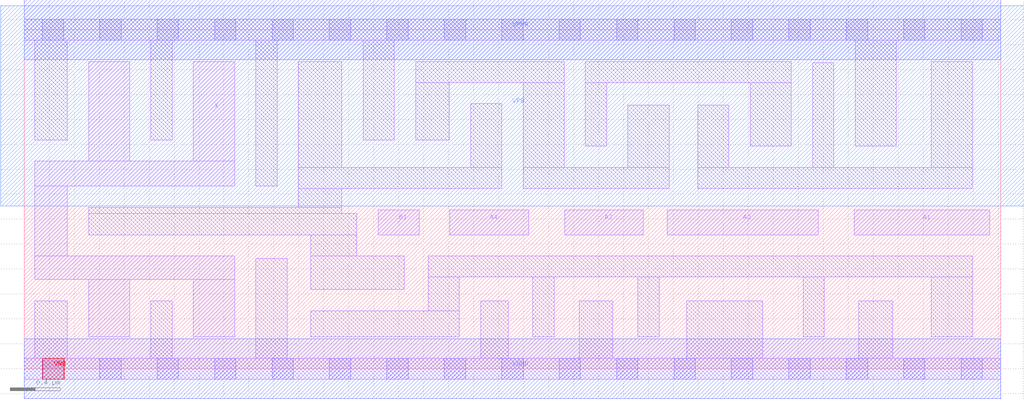
<source format=lef>
# Copyright 2020 The SkyWater PDK Authors
#
# Licensed under the Apache License, Version 2.0 (the "License");
# you may not use this file except in compliance with the License.
# You may obtain a copy of the License at
#
#     https://www.apache.org/licenses/LICENSE-2.0
#
# Unless required by applicable law or agreed to in writing, software
# distributed under the License is distributed on an "AS IS" BASIS,
# WITHOUT WARRANTIES OR CONDITIONS OF ANY KIND, either express or implied.
# See the License for the specific language governing permissions and
# limitations under the License.
#
# SPDX-License-Identifier: Apache-2.0

VERSION 5.7 ;
  NOWIREEXTENSIONATPIN ON ;
  DIVIDERCHAR "/" ;
  BUSBITCHARS "[]" ;
MACRO sky130_fd_sc_hd__o41a_4
  CLASS CORE ;
  FOREIGN sky130_fd_sc_hd__o41a_4 ;
  ORIGIN  0.000000  0.000000 ;
  SIZE  7.820000 BY  2.720000 ;
  SYMMETRY X Y R90 ;
  SITE unithd ;
  PIN A1
    ANTENNAGATEAREA  0.495000 ;
    DIRECTION INPUT ;
    USE SIGNAL ;
    PORT
      LAYER li1 ;
        RECT 6.650000 1.075000 7.735000 1.275000 ;
    END
  END A1
  PIN A2
    ANTENNAGATEAREA  0.495000 ;
    DIRECTION INPUT ;
    USE SIGNAL ;
    PORT
      LAYER li1 ;
        RECT 5.150000 1.075000 6.360000 1.275000 ;
    END
  END A2
  PIN A3
    ANTENNAGATEAREA  0.495000 ;
    DIRECTION INPUT ;
    USE SIGNAL ;
    PORT
      LAYER li1 ;
        RECT 4.330000 1.075000 4.960000 1.275000 ;
    END
  END A3
  PIN A4
    ANTENNAGATEAREA  0.495000 ;
    DIRECTION INPUT ;
    USE SIGNAL ;
    PORT
      LAYER li1 ;
        RECT 3.410000 1.075000 4.040000 1.275000 ;
    END
  END A4
  PIN B1
    ANTENNAGATEAREA  0.495000 ;
    DIRECTION INPUT ;
    USE SIGNAL ;
    PORT
      LAYER li1 ;
        RECT 2.835000 1.075000 3.165000 1.275000 ;
    END
  END B1
  PIN VNB
    PORT
      LAYER pwell ;
        RECT 0.150000 -0.085000 0.320000 0.085000 ;
    END
  END VNB
  PIN VPB
    PORT
      LAYER nwell ;
        RECT -0.190000 1.305000 8.010000 2.910000 ;
    END
  END VPB
  PIN X
    ANTENNADIFFAREA  0.891000 ;
    DIRECTION OUTPUT ;
    USE SIGNAL ;
    PORT
      LAYER li1 ;
        RECT 0.085000 0.715000 1.685000 0.905000 ;
        RECT 0.085000 0.905000 0.345000 1.465000 ;
        RECT 0.085000 1.465000 1.685000 1.665000 ;
        RECT 0.515000 0.255000 0.845000 0.715000 ;
        RECT 0.515000 1.665000 0.845000 2.465000 ;
        RECT 1.355000 0.255000 1.685000 0.715000 ;
        RECT 1.355000 1.665000 1.685000 2.465000 ;
    END
  END X
  PIN VGND
    DIRECTION INOUT ;
    SHAPE ABUTMENT ;
    USE GROUND ;
    PORT
      LAYER met1 ;
        RECT 0.000000 -0.240000 7.820000 0.240000 ;
    END
  END VGND
  PIN VPWR
    DIRECTION INOUT ;
    SHAPE ABUTMENT ;
    USE POWER ;
    PORT
      LAYER met1 ;
        RECT 0.000000 2.480000 7.820000 2.960000 ;
    END
  END VPWR
  OBS
    LAYER li1 ;
      RECT 0.000000 -0.085000 7.820000 0.085000 ;
      RECT 0.000000  2.635000 7.820000 2.805000 ;
      RECT 0.085000  0.085000 0.345000 0.545000 ;
      RECT 0.085000  1.835000 0.345000 2.635000 ;
      RECT 0.515000  1.075000 2.665000 1.245000 ;
      RECT 0.515000  1.245000 2.545000 1.295000 ;
      RECT 1.015000  0.085000 1.185000 0.545000 ;
      RECT 1.015000  1.835000 1.185000 2.635000 ;
      RECT 1.855000  0.085000 2.105000 0.885000 ;
      RECT 1.855000  1.465000 2.025000 2.635000 ;
      RECT 2.195000  1.295000 2.545000 1.445000 ;
      RECT 2.195000  1.445000 3.825000 1.615000 ;
      RECT 2.195000  1.615000 2.545000 2.465000 ;
      RECT 2.295000  0.255000 3.485000 0.465000 ;
      RECT 2.295000  0.635000 3.045000 0.905000 ;
      RECT 2.295000  0.905000 2.665000 1.075000 ;
      RECT 2.715000  1.835000 2.965000 2.635000 ;
      RECT 3.135000  1.835000 3.405000 2.295000 ;
      RECT 3.135000  2.295000 4.325000 2.465000 ;
      RECT 3.235000  0.465000 3.485000 0.735000 ;
      RECT 3.235000  0.735000 7.595000 0.905000 ;
      RECT 3.575000  1.615000 3.825000 2.125000 ;
      RECT 3.655000  0.085000 3.875000 0.545000 ;
      RECT 3.995000  1.445000 5.165000 1.615000 ;
      RECT 3.995000  1.615000 4.325000 2.295000 ;
      RECT 4.075000  0.255000 4.245000 0.735000 ;
      RECT 4.445000  0.085000 4.715000 0.545000 ;
      RECT 4.495000  1.785000 4.665000 2.295000 ;
      RECT 4.495000  2.295000 6.145000 2.465000 ;
      RECT 4.835000  1.615000 5.165000 2.115000 ;
      RECT 4.915000  0.255000 5.085000 0.735000 ;
      RECT 5.305000  0.085000 5.915000 0.545000 ;
      RECT 5.395000  1.445000 7.595000 1.615000 ;
      RECT 5.395000  1.615000 5.645000 2.115000 ;
      RECT 5.815000  1.785000 6.145000 2.295000 ;
      RECT 6.240000  0.255000 6.410000 0.735000 ;
      RECT 6.315000  1.615000 6.485000 2.455000 ;
      RECT 6.655000  1.785000 6.985000 2.635000 ;
      RECT 6.685000  0.085000 6.955000 0.545000 ;
      RECT 7.265000  0.255000 7.595000 0.735000 ;
      RECT 7.265000  1.615000 7.595000 2.465000 ;
    LAYER mcon ;
      RECT 0.145000 -0.085000 0.315000 0.085000 ;
      RECT 0.145000  2.635000 0.315000 2.805000 ;
      RECT 0.605000 -0.085000 0.775000 0.085000 ;
      RECT 0.605000  2.635000 0.775000 2.805000 ;
      RECT 1.065000 -0.085000 1.235000 0.085000 ;
      RECT 1.065000  2.635000 1.235000 2.805000 ;
      RECT 1.525000 -0.085000 1.695000 0.085000 ;
      RECT 1.525000  2.635000 1.695000 2.805000 ;
      RECT 1.985000 -0.085000 2.155000 0.085000 ;
      RECT 1.985000  2.635000 2.155000 2.805000 ;
      RECT 2.445000 -0.085000 2.615000 0.085000 ;
      RECT 2.445000  2.635000 2.615000 2.805000 ;
      RECT 2.905000 -0.085000 3.075000 0.085000 ;
      RECT 2.905000  2.635000 3.075000 2.805000 ;
      RECT 3.365000 -0.085000 3.535000 0.085000 ;
      RECT 3.365000  2.635000 3.535000 2.805000 ;
      RECT 3.825000 -0.085000 3.995000 0.085000 ;
      RECT 3.825000  2.635000 3.995000 2.805000 ;
      RECT 4.285000 -0.085000 4.455000 0.085000 ;
      RECT 4.285000  2.635000 4.455000 2.805000 ;
      RECT 4.745000 -0.085000 4.915000 0.085000 ;
      RECT 4.745000  2.635000 4.915000 2.805000 ;
      RECT 5.205000 -0.085000 5.375000 0.085000 ;
      RECT 5.205000  2.635000 5.375000 2.805000 ;
      RECT 5.665000 -0.085000 5.835000 0.085000 ;
      RECT 5.665000  2.635000 5.835000 2.805000 ;
      RECT 6.125000 -0.085000 6.295000 0.085000 ;
      RECT 6.125000  2.635000 6.295000 2.805000 ;
      RECT 6.585000 -0.085000 6.755000 0.085000 ;
      RECT 6.585000  2.635000 6.755000 2.805000 ;
      RECT 7.045000 -0.085000 7.215000 0.085000 ;
      RECT 7.045000  2.635000 7.215000 2.805000 ;
      RECT 7.505000 -0.085000 7.675000 0.085000 ;
      RECT 7.505000  2.635000 7.675000 2.805000 ;
  END
END sky130_fd_sc_hd__o41a_4
END LIBRARY

</source>
